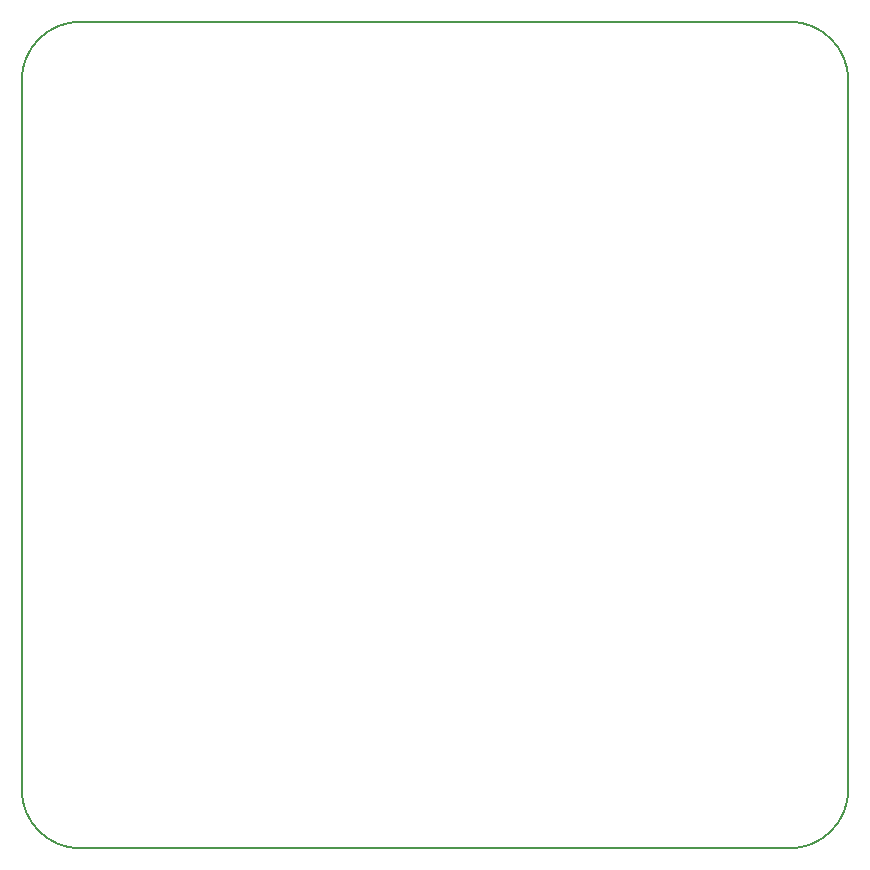
<source format=gm1>
G04 #@! TF.GenerationSoftware,KiCad,Pcbnew,(5.0.2)-1*
G04 #@! TF.CreationDate,2019-10-10T06:56:03+09:00*
G04 #@! TF.ProjectId,PM_Board,504d5f42-6f61-4726-942e-6b696361645f,rev?*
G04 #@! TF.SameCoordinates,Original*
G04 #@! TF.FileFunction,Profile,NP*
%FSLAX46Y46*%
G04 Gerber Fmt 4.6, Leading zero omitted, Abs format (unit mm)*
G04 Created by KiCad (PCBNEW (5.0.2)-1) date 2019/10/10 6:56:03*
%MOMM*%
%LPD*%
G01*
G04 APERTURE LIST*
%ADD10C,0.150000*%
G04 APERTURE END LIST*
D10*
X187500000Y-140000000D02*
G75*
G02X182500000Y-145000000I-5000000J0D01*
G01*
X122500000Y-145000000D02*
G75*
G02X117500000Y-140000000I0J5000000D01*
G01*
X117500000Y-80000000D02*
G75*
G02X122500000Y-75000000I5000000J0D01*
G01*
X182500000Y-75000000D02*
G75*
G02X187500000Y-80000000I0J-5000000D01*
G01*
X187500000Y-80000000D02*
X187500000Y-140000000D01*
X122500000Y-75000000D02*
X182500000Y-75000000D01*
X122500000Y-145000000D02*
X182500000Y-145000000D01*
X117500000Y-80000000D02*
X117500000Y-140000000D01*
M02*

</source>
